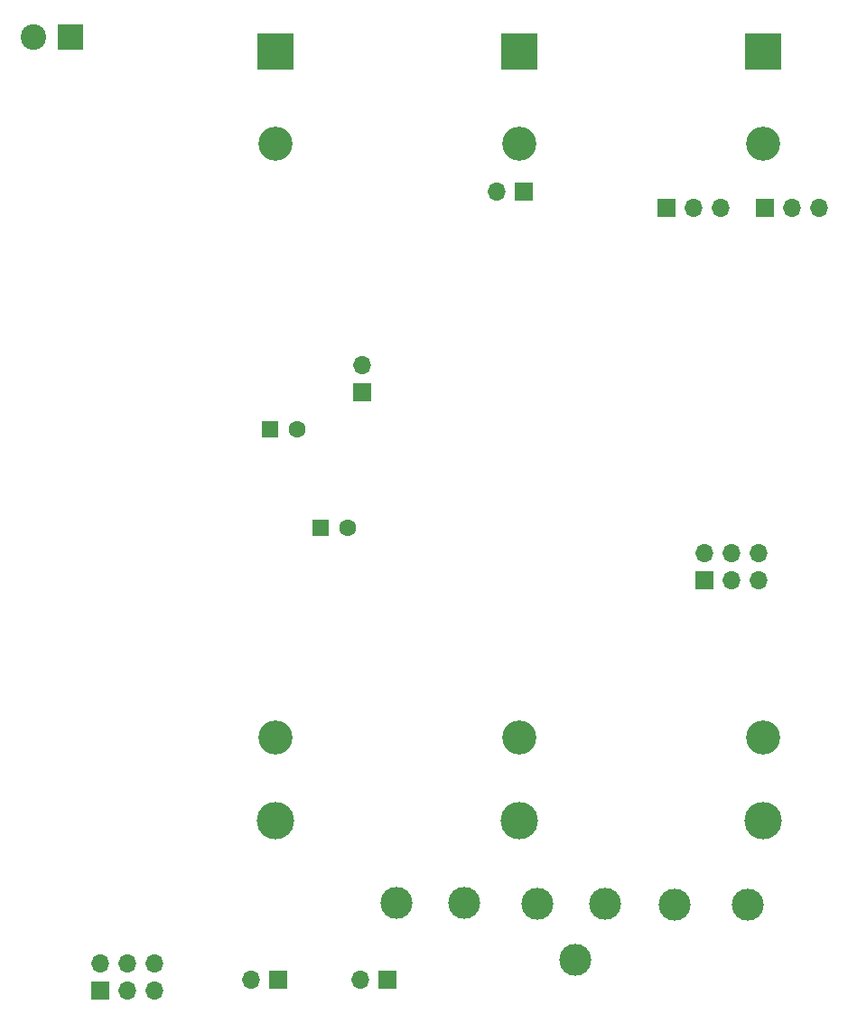
<source format=gbr>
%TF.GenerationSoftware,KiCad,Pcbnew,6.0.2-378541a8eb~116~ubuntu20.04.1*%
%TF.CreationDate,2022-04-05T22:24:09-04:00*%
%TF.ProjectId,power_board,706f7765-725f-4626-9f61-72642e6b6963,rev?*%
%TF.SameCoordinates,Original*%
%TF.FileFunction,Soldermask,Bot*%
%TF.FilePolarity,Negative*%
%FSLAX46Y46*%
G04 Gerber Fmt 4.6, Leading zero omitted, Abs format (unit mm)*
G04 Created by KiCad (PCBNEW 6.0.2-378541a8eb~116~ubuntu20.04.1) date 2022-04-05 22:24:09*
%MOMM*%
%LPD*%
G01*
G04 APERTURE LIST*
%ADD10C,3.000000*%
%ADD11R,1.600000X1.600000*%
%ADD12C,1.600000*%
%ADD13R,1.700000X1.700000*%
%ADD14O,1.700000X1.700000*%
%ADD15R,2.400000X2.400000*%
%ADD16C,2.400000*%
%ADD17C,3.200000*%
%ADD18R,3.500000X3.500000*%
%ADD19C,3.500000*%
G04 APERTURE END LIST*
D10*
%TO.C,TP18*%
X107500000Y-113200000D03*
%TD*%
D11*
%TO.C,C11*%
X83617620Y-72700000D03*
D12*
X86117620Y-72700000D03*
%TD*%
D13*
%TO.C,J10*%
X102662500Y-41225000D03*
D14*
X100122500Y-41225000D03*
%TD*%
D13*
%TO.C,J6*%
X116075000Y-42700000D03*
D14*
X118615000Y-42700000D03*
X121155000Y-42700000D03*
%TD*%
D10*
%TO.C,TP17*%
X123700000Y-108000000D03*
%TD*%
D13*
%TO.C,J13*%
X79600000Y-115000000D03*
D14*
X77060000Y-115000000D03*
%TD*%
D10*
%TO.C,TP14*%
X103900000Y-107900000D03*
%TD*%
D15*
%TO.C,J1*%
X60150000Y-26700000D03*
D16*
X56650000Y-26700000D03*
%TD*%
D10*
%TO.C,TP15*%
X110300000Y-107900000D03*
%TD*%
D13*
%TO.C,J8*%
X62920000Y-116040000D03*
D14*
X62920000Y-113500000D03*
X65460000Y-116040000D03*
X65460000Y-113500000D03*
X68000000Y-116040000D03*
X68000000Y-113500000D03*
%TD*%
D10*
%TO.C,TP16*%
X116800000Y-108000000D03*
%TD*%
D13*
%TO.C,J7*%
X125275000Y-42700000D03*
D14*
X127815000Y-42700000D03*
X130355000Y-42700000D03*
%TD*%
D13*
%TO.C,J2*%
X87500000Y-60000000D03*
D14*
X87500000Y-57460000D03*
%TD*%
D10*
%TO.C,TP12*%
X90700000Y-107800000D03*
%TD*%
D13*
%TO.C,J12*%
X89900000Y-115000000D03*
D14*
X87360000Y-115000000D03*
%TD*%
D10*
%TO.C,TP13*%
X97100000Y-107800000D03*
%TD*%
D13*
%TO.C,J3*%
X119571200Y-77575000D03*
D14*
X119571200Y-75035000D03*
X122111200Y-77575000D03*
X122111200Y-75035000D03*
X124651200Y-77575000D03*
X124651200Y-75035000D03*
%TD*%
D11*
%TO.C,C9*%
X78900000Y-63500000D03*
D12*
X81400000Y-63500000D03*
%TD*%
D17*
%TO.C,BT2*%
X125120000Y-36745000D03*
X125120000Y-92355000D03*
D18*
X125120000Y-28100000D03*
D19*
X125120000Y-100100000D03*
%TD*%
D17*
%TO.C,BT1*%
X102260000Y-92355000D03*
X102260000Y-36745000D03*
D18*
X102260000Y-28100000D03*
D19*
X102260000Y-100100000D03*
%TD*%
D17*
%TO.C,BT3*%
X79400000Y-36745000D03*
X79400000Y-92355000D03*
D18*
X79400000Y-28100000D03*
D19*
X79400000Y-100100000D03*
%TD*%
M02*

</source>
